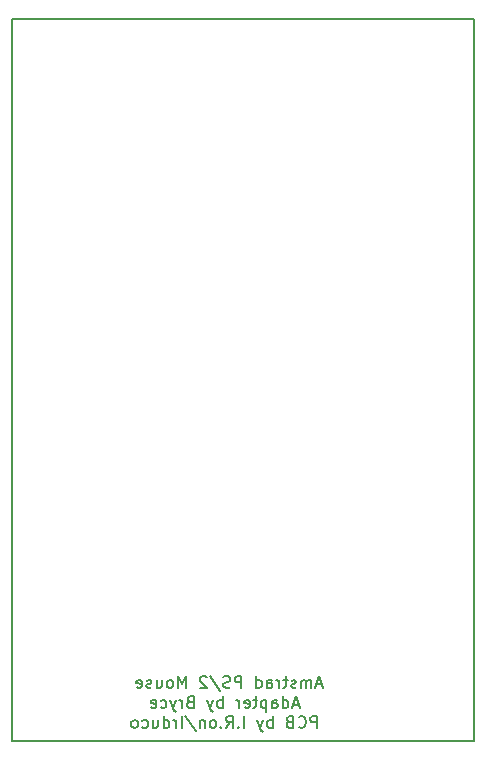
<source format=gbr>
%TF.GenerationSoftware,KiCad,Pcbnew,4.0.7*%
%TF.CreationDate,2018-07-15T04:01:03+03:00*%
%TF.ProjectId,AmstradPS2Mouse,416D73747261645053324D6F7573652E,rev?*%
%TF.FileFunction,Legend,Bot*%
%FSLAX46Y46*%
G04 Gerber Fmt 4.6, Leading zero omitted, Abs format (unit mm)*
G04 Created by KiCad (PCBNEW 4.0.7) date 07/15/18 04:01:03*
%MOMM*%
%LPD*%
G01*
G04 APERTURE LIST*
%ADD10C,0.100000*%
%ADD11C,0.150000*%
%ADD12C,0.200000*%
G04 APERTURE END LIST*
D10*
D11*
X83540000Y-103809800D02*
X83540000Y-42697400D01*
X122605800Y-103809800D02*
X83540000Y-103809800D01*
X122605800Y-42672000D02*
X122605800Y-103809800D01*
X83540000Y-42697400D02*
X122605800Y-42672000D01*
D12*
X109736496Y-99025267D02*
X109260305Y-99025267D01*
X109831734Y-99310981D02*
X109498401Y-98310981D01*
X109165067Y-99310981D01*
X108831734Y-99310981D02*
X108831734Y-98644314D01*
X108831734Y-98739552D02*
X108784115Y-98691933D01*
X108688877Y-98644314D01*
X108546019Y-98644314D01*
X108450781Y-98691933D01*
X108403162Y-98787171D01*
X108403162Y-99310981D01*
X108403162Y-98787171D02*
X108355543Y-98691933D01*
X108260305Y-98644314D01*
X108117448Y-98644314D01*
X108022210Y-98691933D01*
X107974591Y-98787171D01*
X107974591Y-99310981D01*
X107546020Y-99263362D02*
X107450782Y-99310981D01*
X107260306Y-99310981D01*
X107165067Y-99263362D01*
X107117448Y-99168124D01*
X107117448Y-99120505D01*
X107165067Y-99025267D01*
X107260306Y-98977648D01*
X107403163Y-98977648D01*
X107498401Y-98930029D01*
X107546020Y-98834790D01*
X107546020Y-98787171D01*
X107498401Y-98691933D01*
X107403163Y-98644314D01*
X107260306Y-98644314D01*
X107165067Y-98691933D01*
X106831734Y-98644314D02*
X106450782Y-98644314D01*
X106688877Y-98310981D02*
X106688877Y-99168124D01*
X106641258Y-99263362D01*
X106546020Y-99310981D01*
X106450782Y-99310981D01*
X106117448Y-99310981D02*
X106117448Y-98644314D01*
X106117448Y-98834790D02*
X106069829Y-98739552D01*
X106022210Y-98691933D01*
X105926972Y-98644314D01*
X105831733Y-98644314D01*
X105069828Y-99310981D02*
X105069828Y-98787171D01*
X105117447Y-98691933D01*
X105212685Y-98644314D01*
X105403162Y-98644314D01*
X105498400Y-98691933D01*
X105069828Y-99263362D02*
X105165066Y-99310981D01*
X105403162Y-99310981D01*
X105498400Y-99263362D01*
X105546019Y-99168124D01*
X105546019Y-99072886D01*
X105498400Y-98977648D01*
X105403162Y-98930029D01*
X105165066Y-98930029D01*
X105069828Y-98882410D01*
X104165066Y-99310981D02*
X104165066Y-98310981D01*
X104165066Y-99263362D02*
X104260304Y-99310981D01*
X104450781Y-99310981D01*
X104546019Y-99263362D01*
X104593638Y-99215743D01*
X104641257Y-99120505D01*
X104641257Y-98834790D01*
X104593638Y-98739552D01*
X104546019Y-98691933D01*
X104450781Y-98644314D01*
X104260304Y-98644314D01*
X104165066Y-98691933D01*
X102926971Y-99310981D02*
X102926971Y-98310981D01*
X102546018Y-98310981D01*
X102450780Y-98358600D01*
X102403161Y-98406219D01*
X102355542Y-98501457D01*
X102355542Y-98644314D01*
X102403161Y-98739552D01*
X102450780Y-98787171D01*
X102546018Y-98834790D01*
X102926971Y-98834790D01*
X101974590Y-99263362D02*
X101831733Y-99310981D01*
X101593637Y-99310981D01*
X101498399Y-99263362D01*
X101450780Y-99215743D01*
X101403161Y-99120505D01*
X101403161Y-99025267D01*
X101450780Y-98930029D01*
X101498399Y-98882410D01*
X101593637Y-98834790D01*
X101784114Y-98787171D01*
X101879352Y-98739552D01*
X101926971Y-98691933D01*
X101974590Y-98596695D01*
X101974590Y-98501457D01*
X101926971Y-98406219D01*
X101879352Y-98358600D01*
X101784114Y-98310981D01*
X101546018Y-98310981D01*
X101403161Y-98358600D01*
X100260304Y-98263362D02*
X101117447Y-99549076D01*
X99974590Y-98406219D02*
X99926971Y-98358600D01*
X99831733Y-98310981D01*
X99593637Y-98310981D01*
X99498399Y-98358600D01*
X99450780Y-98406219D01*
X99403161Y-98501457D01*
X99403161Y-98596695D01*
X99450780Y-98739552D01*
X100022209Y-99310981D01*
X99403161Y-99310981D01*
X98212685Y-99310981D02*
X98212685Y-98310981D01*
X97879351Y-99025267D01*
X97546018Y-98310981D01*
X97546018Y-99310981D01*
X96926971Y-99310981D02*
X97022209Y-99263362D01*
X97069828Y-99215743D01*
X97117447Y-99120505D01*
X97117447Y-98834790D01*
X97069828Y-98739552D01*
X97022209Y-98691933D01*
X96926971Y-98644314D01*
X96784113Y-98644314D01*
X96688875Y-98691933D01*
X96641256Y-98739552D01*
X96593637Y-98834790D01*
X96593637Y-99120505D01*
X96641256Y-99215743D01*
X96688875Y-99263362D01*
X96784113Y-99310981D01*
X96926971Y-99310981D01*
X95736494Y-98644314D02*
X95736494Y-99310981D01*
X96165066Y-98644314D02*
X96165066Y-99168124D01*
X96117447Y-99263362D01*
X96022209Y-99310981D01*
X95879351Y-99310981D01*
X95784113Y-99263362D01*
X95736494Y-99215743D01*
X95307923Y-99263362D02*
X95212685Y-99310981D01*
X95022209Y-99310981D01*
X94926970Y-99263362D01*
X94879351Y-99168124D01*
X94879351Y-99120505D01*
X94926970Y-99025267D01*
X95022209Y-98977648D01*
X95165066Y-98977648D01*
X95260304Y-98930029D01*
X95307923Y-98834790D01*
X95307923Y-98787171D01*
X95260304Y-98691933D01*
X95165066Y-98644314D01*
X95022209Y-98644314D01*
X94926970Y-98691933D01*
X94069827Y-99263362D02*
X94165065Y-99310981D01*
X94355542Y-99310981D01*
X94450780Y-99263362D01*
X94498399Y-99168124D01*
X94498399Y-98787171D01*
X94450780Y-98691933D01*
X94355542Y-98644314D01*
X94165065Y-98644314D01*
X94069827Y-98691933D01*
X94022208Y-98787171D01*
X94022208Y-98882410D01*
X94498399Y-98977648D01*
X107760306Y-100725267D02*
X107284115Y-100725267D01*
X107855544Y-101010981D02*
X107522211Y-100010981D01*
X107188877Y-101010981D01*
X106426972Y-101010981D02*
X106426972Y-100010981D01*
X106426972Y-100963362D02*
X106522210Y-101010981D01*
X106712687Y-101010981D01*
X106807925Y-100963362D01*
X106855544Y-100915743D01*
X106903163Y-100820505D01*
X106903163Y-100534790D01*
X106855544Y-100439552D01*
X106807925Y-100391933D01*
X106712687Y-100344314D01*
X106522210Y-100344314D01*
X106426972Y-100391933D01*
X105522210Y-101010981D02*
X105522210Y-100487171D01*
X105569829Y-100391933D01*
X105665067Y-100344314D01*
X105855544Y-100344314D01*
X105950782Y-100391933D01*
X105522210Y-100963362D02*
X105617448Y-101010981D01*
X105855544Y-101010981D01*
X105950782Y-100963362D01*
X105998401Y-100868124D01*
X105998401Y-100772886D01*
X105950782Y-100677648D01*
X105855544Y-100630029D01*
X105617448Y-100630029D01*
X105522210Y-100582410D01*
X105046020Y-100344314D02*
X105046020Y-101344314D01*
X105046020Y-100391933D02*
X104950782Y-100344314D01*
X104760305Y-100344314D01*
X104665067Y-100391933D01*
X104617448Y-100439552D01*
X104569829Y-100534790D01*
X104569829Y-100820505D01*
X104617448Y-100915743D01*
X104665067Y-100963362D01*
X104760305Y-101010981D01*
X104950782Y-101010981D01*
X105046020Y-100963362D01*
X104284115Y-100344314D02*
X103903163Y-100344314D01*
X104141258Y-100010981D02*
X104141258Y-100868124D01*
X104093639Y-100963362D01*
X103998401Y-101010981D01*
X103903163Y-101010981D01*
X103188876Y-100963362D02*
X103284114Y-101010981D01*
X103474591Y-101010981D01*
X103569829Y-100963362D01*
X103617448Y-100868124D01*
X103617448Y-100487171D01*
X103569829Y-100391933D01*
X103474591Y-100344314D01*
X103284114Y-100344314D01*
X103188876Y-100391933D01*
X103141257Y-100487171D01*
X103141257Y-100582410D01*
X103617448Y-100677648D01*
X102712686Y-101010981D02*
X102712686Y-100344314D01*
X102712686Y-100534790D02*
X102665067Y-100439552D01*
X102617448Y-100391933D01*
X102522210Y-100344314D01*
X102426971Y-100344314D01*
X101331733Y-101010981D02*
X101331733Y-100010981D01*
X101331733Y-100391933D02*
X101236495Y-100344314D01*
X101046018Y-100344314D01*
X100950780Y-100391933D01*
X100903161Y-100439552D01*
X100855542Y-100534790D01*
X100855542Y-100820505D01*
X100903161Y-100915743D01*
X100950780Y-100963362D01*
X101046018Y-101010981D01*
X101236495Y-101010981D01*
X101331733Y-100963362D01*
X100522209Y-100344314D02*
X100284114Y-101010981D01*
X100046018Y-100344314D02*
X100284114Y-101010981D01*
X100379352Y-101249076D01*
X100426971Y-101296695D01*
X100522209Y-101344314D01*
X98569827Y-100487171D02*
X98426970Y-100534790D01*
X98379351Y-100582410D01*
X98331732Y-100677648D01*
X98331732Y-100820505D01*
X98379351Y-100915743D01*
X98426970Y-100963362D01*
X98522208Y-101010981D01*
X98903161Y-101010981D01*
X98903161Y-100010981D01*
X98569827Y-100010981D01*
X98474589Y-100058600D01*
X98426970Y-100106219D01*
X98379351Y-100201457D01*
X98379351Y-100296695D01*
X98426970Y-100391933D01*
X98474589Y-100439552D01*
X98569827Y-100487171D01*
X98903161Y-100487171D01*
X97903161Y-101010981D02*
X97903161Y-100344314D01*
X97903161Y-100534790D02*
X97855542Y-100439552D01*
X97807923Y-100391933D01*
X97712685Y-100344314D01*
X97617446Y-100344314D01*
X97379351Y-100344314D02*
X97141256Y-101010981D01*
X96903160Y-100344314D02*
X97141256Y-101010981D01*
X97236494Y-101249076D01*
X97284113Y-101296695D01*
X97379351Y-101344314D01*
X96093636Y-100963362D02*
X96188874Y-101010981D01*
X96379351Y-101010981D01*
X96474589Y-100963362D01*
X96522208Y-100915743D01*
X96569827Y-100820505D01*
X96569827Y-100534790D01*
X96522208Y-100439552D01*
X96474589Y-100391933D01*
X96379351Y-100344314D01*
X96188874Y-100344314D01*
X96093636Y-100391933D01*
X95284112Y-100963362D02*
X95379350Y-101010981D01*
X95569827Y-101010981D01*
X95665065Y-100963362D01*
X95712684Y-100868124D01*
X95712684Y-100487171D01*
X95665065Y-100391933D01*
X95569827Y-100344314D01*
X95379350Y-100344314D01*
X95284112Y-100391933D01*
X95236493Y-100487171D01*
X95236493Y-100582410D01*
X95712684Y-100677648D01*
X109331733Y-102710981D02*
X109331733Y-101710981D01*
X108950780Y-101710981D01*
X108855542Y-101758600D01*
X108807923Y-101806219D01*
X108760304Y-101901457D01*
X108760304Y-102044314D01*
X108807923Y-102139552D01*
X108855542Y-102187171D01*
X108950780Y-102234790D01*
X109331733Y-102234790D01*
X107760304Y-102615743D02*
X107807923Y-102663362D01*
X107950780Y-102710981D01*
X108046018Y-102710981D01*
X108188876Y-102663362D01*
X108284114Y-102568124D01*
X108331733Y-102472886D01*
X108379352Y-102282410D01*
X108379352Y-102139552D01*
X108331733Y-101949076D01*
X108284114Y-101853838D01*
X108188876Y-101758600D01*
X108046018Y-101710981D01*
X107950780Y-101710981D01*
X107807923Y-101758600D01*
X107760304Y-101806219D01*
X106998399Y-102187171D02*
X106855542Y-102234790D01*
X106807923Y-102282410D01*
X106760304Y-102377648D01*
X106760304Y-102520505D01*
X106807923Y-102615743D01*
X106855542Y-102663362D01*
X106950780Y-102710981D01*
X107331733Y-102710981D01*
X107331733Y-101710981D01*
X106998399Y-101710981D01*
X106903161Y-101758600D01*
X106855542Y-101806219D01*
X106807923Y-101901457D01*
X106807923Y-101996695D01*
X106855542Y-102091933D01*
X106903161Y-102139552D01*
X106998399Y-102187171D01*
X107331733Y-102187171D01*
X105569828Y-102710981D02*
X105569828Y-101710981D01*
X105569828Y-102091933D02*
X105474590Y-102044314D01*
X105284113Y-102044314D01*
X105188875Y-102091933D01*
X105141256Y-102139552D01*
X105093637Y-102234790D01*
X105093637Y-102520505D01*
X105141256Y-102615743D01*
X105188875Y-102663362D01*
X105284113Y-102710981D01*
X105474590Y-102710981D01*
X105569828Y-102663362D01*
X104760304Y-102044314D02*
X104522209Y-102710981D01*
X104284113Y-102044314D02*
X104522209Y-102710981D01*
X104617447Y-102949076D01*
X104665066Y-102996695D01*
X104760304Y-103044314D01*
X103141256Y-102710981D02*
X103141256Y-101710981D01*
X102665066Y-102615743D02*
X102617447Y-102663362D01*
X102665066Y-102710981D01*
X102712685Y-102663362D01*
X102665066Y-102615743D01*
X102665066Y-102710981D01*
X101617447Y-102710981D02*
X101950781Y-102234790D01*
X102188876Y-102710981D02*
X102188876Y-101710981D01*
X101807923Y-101710981D01*
X101712685Y-101758600D01*
X101665066Y-101806219D01*
X101617447Y-101901457D01*
X101617447Y-102044314D01*
X101665066Y-102139552D01*
X101712685Y-102187171D01*
X101807923Y-102234790D01*
X102188876Y-102234790D01*
X101188876Y-102615743D02*
X101141257Y-102663362D01*
X101188876Y-102710981D01*
X101236495Y-102663362D01*
X101188876Y-102615743D01*
X101188876Y-102710981D01*
X100569829Y-102710981D02*
X100665067Y-102663362D01*
X100712686Y-102615743D01*
X100760305Y-102520505D01*
X100760305Y-102234790D01*
X100712686Y-102139552D01*
X100665067Y-102091933D01*
X100569829Y-102044314D01*
X100426971Y-102044314D01*
X100331733Y-102091933D01*
X100284114Y-102139552D01*
X100236495Y-102234790D01*
X100236495Y-102520505D01*
X100284114Y-102615743D01*
X100331733Y-102663362D01*
X100426971Y-102710981D01*
X100569829Y-102710981D01*
X99807924Y-102044314D02*
X99807924Y-102710981D01*
X99807924Y-102139552D02*
X99760305Y-102091933D01*
X99665067Y-102044314D01*
X99522209Y-102044314D01*
X99426971Y-102091933D01*
X99379352Y-102187171D01*
X99379352Y-102710981D01*
X98188876Y-101663362D02*
X99046019Y-102949076D01*
X97855543Y-102710981D02*
X97855543Y-101710981D01*
X97379353Y-102710981D02*
X97379353Y-102044314D01*
X97379353Y-102234790D02*
X97331734Y-102139552D01*
X97284115Y-102091933D01*
X97188877Y-102044314D01*
X97093638Y-102044314D01*
X96331733Y-102710981D02*
X96331733Y-101710981D01*
X96331733Y-102663362D02*
X96426971Y-102710981D01*
X96617448Y-102710981D01*
X96712686Y-102663362D01*
X96760305Y-102615743D01*
X96807924Y-102520505D01*
X96807924Y-102234790D01*
X96760305Y-102139552D01*
X96712686Y-102091933D01*
X96617448Y-102044314D01*
X96426971Y-102044314D01*
X96331733Y-102091933D01*
X95426971Y-102044314D02*
X95426971Y-102710981D01*
X95855543Y-102044314D02*
X95855543Y-102568124D01*
X95807924Y-102663362D01*
X95712686Y-102710981D01*
X95569828Y-102710981D01*
X95474590Y-102663362D01*
X95426971Y-102615743D01*
X94522209Y-102663362D02*
X94617447Y-102710981D01*
X94807924Y-102710981D01*
X94903162Y-102663362D01*
X94950781Y-102615743D01*
X94998400Y-102520505D01*
X94998400Y-102234790D01*
X94950781Y-102139552D01*
X94903162Y-102091933D01*
X94807924Y-102044314D01*
X94617447Y-102044314D01*
X94522209Y-102091933D01*
X93950781Y-102710981D02*
X94046019Y-102663362D01*
X94093638Y-102615743D01*
X94141257Y-102520505D01*
X94141257Y-102234790D01*
X94093638Y-102139552D01*
X94046019Y-102091933D01*
X93950781Y-102044314D01*
X93807923Y-102044314D01*
X93712685Y-102091933D01*
X93665066Y-102139552D01*
X93617447Y-102234790D01*
X93617447Y-102520505D01*
X93665066Y-102615743D01*
X93712685Y-102663362D01*
X93807923Y-102710981D01*
X93950781Y-102710981D01*
M02*

</source>
